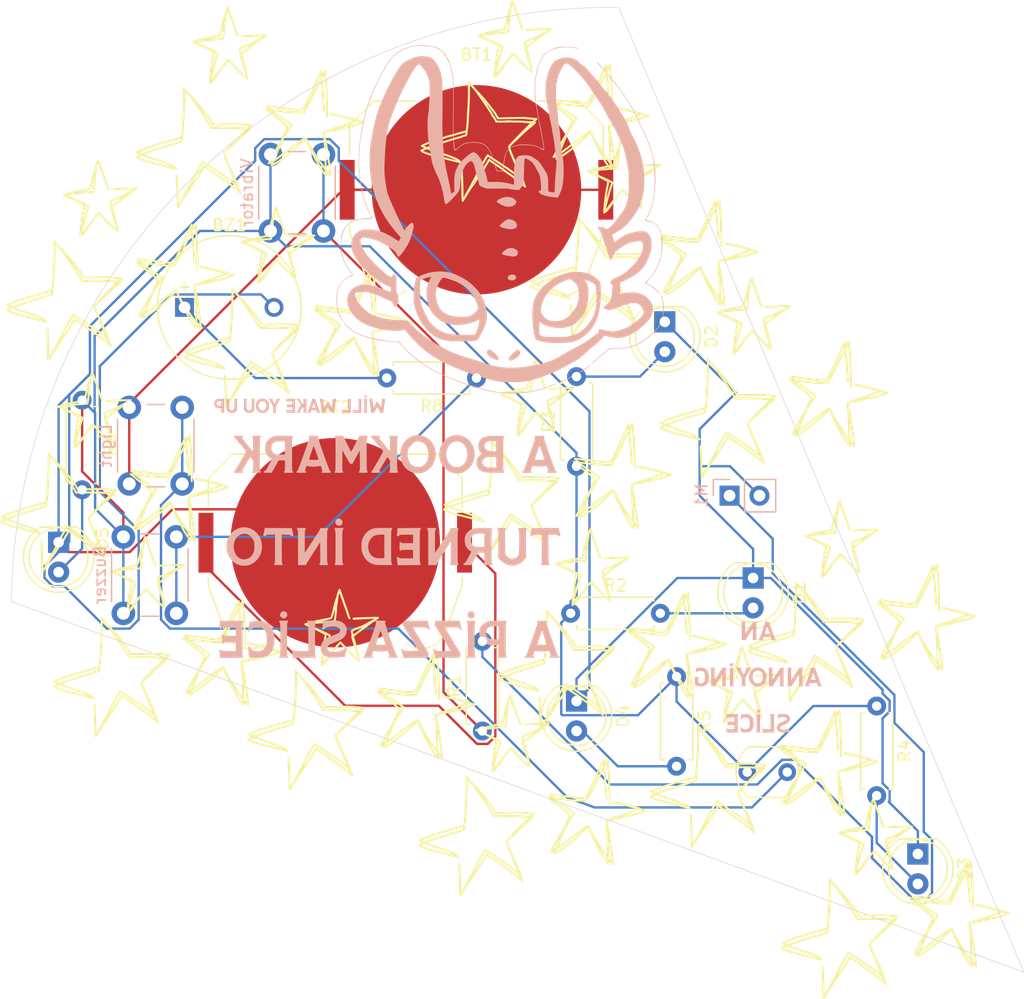
<source format=kicad_pcb>
(kicad_pcb (version 20241229) (generator "pcbnew") (generator_version "9.0")
  (layers (0 "F.Cu" signal) (2 "B.Cu" signal) (13 "F.Paste" user) (15 "B.Paste" user) (5 "F.SilkS" user "F.Silkscreen") (7 "B.SilkS" user "B.Silkscreen") (1 "F.Mask" user) (3 "B.Mask" user) (25 "Edge.Cuts" user))
  (net 0 "")
  (net 1 "Net-(BT1-+)")
  (net 2 "Net-(BT1--)")
  (net 3 "Net-(BZ1-+)")
  (net 4 "Net-(D1-A)")
  (net 5 "Net-(D2-A)")
  (net 6 "Net-(D3-A)")
  (net 7 "Net-(D4-A)")
  (net 8 "Net-(D5-A)")
  (net 9 "Net-(M1-+)")
  (net 10 "Net-(R1-Pad1)")
  (net 11 "Net-(R2-Pad1)")
  (net 12 "Net-(R7-Pad2)")
  (net 13 "Net-(R8-Pad1)")
  (net 14 "Net-(BT2--)")
  (footprint "LOGO" (layer "F.Cu") (at 70.5 57)
    (property "Reference" "G***" (hide yes))
    (property "Value" "LOGO" (hide yes))
  )
  (footprint "Battery:BatteryHolder_Keystone_3034_1x20mm" (layer "F.Cu") (at 89.5 64)
    (property "Reference" "BT1" (at 0 -11.5 0) (layer "F.SilkS"))
    (property "Value" "Battery_Cell")
    (pad "1" smd rect (at -10.985 0) (size 1.27 5.08) (layers "F.Cu" "F.Mask" "F.Paste") (net 1 "Net-(BT1-+)"))
    (pad "1" smd circle (at 0 0) (size 17.8 17.8) (layers "F.Cu" "F.Mask") (net 1 "Net-(BT1-+)"))
    (pad "1" smd rect (at 10.985 0) (size 1.27 5.08) (layers "F.Cu" "F.Mask" "F.Paste") (net 1 "Net-(BT1-+)"))
  )
  (footprint "LOGO" (layer "F.Cu") (at 96.63 86.96)
    (property "Reference" "G***" (hide yes))
    (property "Value" "LOGO" (hide yes))
  )
  (footprint "LED_THT:LED_D5.0mm" (layer "F.Cu") (at 98 107.46 -90)
    (property "Reference" "D4" (at 1.27 -3.96 90) (layer "F.SilkS"))
    (property "Value" "LED")
    (pad "1" thru_hole rect (at 0 0 270) (size 1.8 1.8) (drill 0.9) (layers "*.Cu" "*.Mask") (net 14 "Net-(BT2--)"))
    (pad "2" thru_hole circle (at 2.54 0 270) (size 1.8 1.8) (drill 0.9) (layers "*.Cu" "*.Mask") (net 7 "Net-(D4-A)"))
  )
  (footprint "Resistor_THT:R_Axial_DIN0207_L6.3mm_D2.5mm_P7.62mm_Horizontal" (layer "F.Cu") (at 97.5 100)
    (property "Reference" "R2" (at 3.81 -2.37 0) (layer "F.SilkS"))
    (property "Value" "R")
    (pad "1" thru_hole circle (at 0 0) (size 1.6 1.6) (drill 0.8) (layers "*.Cu" "*.Mask") (net 11 "Net-(R2-Pad1)"))
    (pad "2" thru_hole circle (at 7.62 0) (size 1.6 1.6) (drill 0.8) (layers "*.Cu" "*.Mask") (net 4 "Net-(D1-A)"))
  )
  (footprint "Resistor_THT:R_Axial_DIN0207_L6.3mm_D2.5mm_P7.62mm_Horizontal" (layer "F.Cu") (at 89.5 80 180)
    (property "Reference" "R8" (at 3.81 -2.37 0) (layer "F.SilkS"))
    (property "Value" "R")
    (pad "1" thru_hole circle (at 0 0 180) (size 1.6 1.6) (drill 0.8) (layers "*.Cu" "*.Mask") (net 13 "Net-(R8-Pad1)"))
    (pad "2" thru_hole circle (at 7.62 0 180) (size 1.6 1.6) (drill 0.8) (layers "*.Cu" "*.Mask") (net 3 "Net-(BZ1-+)"))
  )
  (footprint "Resistor_THT:R_Axial_DIN0207_L6.3mm_D2.5mm_P7.62mm_Horizontal" (layer "F.Cu") (at 106.5 105.38 -90)
    (property "Reference" "R5" (at 3.81 -2.37 90) (layer "F.SilkS"))
    (property "Value" "R")
    (pad "1" thru_hole circle (at 0 0 270) (size 1.6 1.6) (drill 0.8) (layers "*.Cu" "*.Mask") (net 11 "Net-(R2-Pad1)"))
    (pad "2" thru_hole circle (at 7.62 0 270) (size 1.6 1.6) (drill 0.8) (layers "*.Cu" "*.Mask") (net 7 "Net-(D4-A)"))
  )
  (footprint "Resistor_THT:R_Axial_DIN0207_L6.3mm_D2.5mm_P7.62mm_Horizontal" (layer "F.Cu") (at 123.5 107.88 -90)
    (property "Reference" "R4" (at 3.81 -2.37 90) (layer "F.SilkS"))
    (property "Value" "R")
    (pad "1" thru_hole circle (at 0 0 270) (size 1.6 1.6) (drill 0.8) (layers "*.Cu" "*.Mask") (net 11 "Net-(R2-Pad1)"))
    (pad "2" thru_hole circle (at 7.62 0 270) (size 1.6 1.6) (drill 0.8) (layers "*.Cu" "*.Mask") (net 6 "Net-(D3-A)"))
  )
  (footprint "Buzzer_Beeper:MagneticBuzzer_ProSignal_ABI-009-RC" (layer "F.Cu") (at 64.7 74)
    (property "Reference" "BZ1" (at 3.8 -7 0) (layer "F.SilkS"))
    (property "Value" "Buzzer")
    (fp_text user "+" (at 0 -1.8 0) (layer "F.SilkS"))
    (pad "1" thru_hole rect (at 0 0) (size 1.6 1.6) (drill 1) (layers "*.Cu" "*.Mask") (net 3 "Net-(BZ1-+)"))
    (pad "2" thru_hole circle (at 7.6 0) (size 1.6 1.6) (drill 1) (layers "*.Cu" "*.Mask") (net 14 "Net-(BT2--)"))
  )
  (footprint "LOGO" (layer "F.Cu") (at 63.5 102)
    (property "Reference" "G***" (hide yes))
    (property "Value" "LOGO" (hide yes))
  )
  (footprint "LOGO" (layer "F.Cu") (at 114.175 111.35)
    (property "Reference" "G***" (hide yes))
    (property "Value" "LOGO" (hide yes))
  )
  (footprint "Resistor_THT:R_Axial_DIN0207_L6.3mm_D2.5mm_P7.62mm_Horizontal" (layer "F.Cu") (at 56 81.88 -90)
    (property "Reference" "R6" (at 3.81 -2.37 90) (layer "F.SilkS"))
    (property "Value" "R")
    (pad "1" thru_hole circle (at 0 0 270) (size 1.6 1.6) (drill 0.8) (layers "*.Cu" "*.Mask") (net 11 "Net-(R2-Pad1)"))
    (pad "2" thru_hole circle (at 7.62 0 270) (size 1.6 1.6) (drill 0.8) (layers "*.Cu" "*.Mask") (net 8 "Net-(D5-A)"))
  )
  (footprint "Resistor_THT:R_Axial_DIN0207_L6.3mm_D2.5mm_P7.62mm_Horizontal" (layer "F.Cu") (at 90 110 90)
    (property "Reference" "R1" (at 3.81 -2.37 90) (layer "F.SilkS"))
    (property "Value" "R")
    (pad "1" thru_hole circle (at 0 0 90) (size 1.6 1.6) (drill 0.8) (layers "*.Cu" "*.Mask") (net 10 "Net-(R1-Pad1)"))
    (pad "2" thru_hole circle (at 7.62 0 90) (size 1.6 1.6) (drill 0.8) (layers "*.Cu" "*.Mask") (net 9 "Net-(M1-+)"))
  )
  (footprint "LOGO" (layer "F.Cu") (at 94.7 56.46)
    (property "Reference" "G***" (hide yes))
    (property "Value" "LOGO" (hide yes))
  )
  (footprint "LED_THT:LED_D5.0mm" (layer "F.Cu") (at 54 93.96 -90)
    (property "Reference" "D5" (at -0.323407 -3.740892 90) (layer "F.SilkS"))
    (property "Value" "LED")
    (pad "1" thru_hole rect (at 0 0 270) (size 1.8 1.8) (drill 0.9) (layers "*.Cu" "*.Mask") (net 14 "Net-(BT2--)"))
    (pad "2" thru_hole circle (at 2.54 0 270) (size 1.8 1.8) (drill 0.9) (layers "*.Cu" "*.Mask") (net 8 "Net-(D5-A)"))
  )
  (footprint "LOGO" (layer "F.Cu") (at 80 106.5)
    (property "Reference" "G***" (hide yes))
    (property "Value" "LOGO" (hide yes))
  )
  (footprint "LED_THT:LED_D5.0mm" (layer "F.Cu") (at 127 120.46 -90)
    (property "Reference" "D3" (at 1.27 -3.96 90) (layer "F.SilkS"))
    (property "Value" "LED")
    (pad "1" thru_hole rect (at 0 0 270) (size 1.8 1.8) (drill 0.9) (layers "*.Cu" "*.Mask") (net 14 "Net-(BT2--)"))
    (pad "2" thru_hole circle (at 2.54 0 270) (size 1.8 1.8) (drill 0.9) (layers "*.Cu" "*.Mask") (net 6 "Net-(D3-A)"))
  )
  (footprint "LOGO" (layer "F.Cu") (at 104 68)
    (property "Reference" "G***" (hide yes))
    (property "Value" "LOGO" (hide yes))
  )
  (footprint "LOGO" (layer "F.Cu") (at 59.5 70)
    (property "Reference" "G***" (hide yes))
    (property "Value" "LOGO" (hide yes))
  )
  (footprint "LOGO" (layer "F.Cu") (at 125.359848 124.23)
    (property "Reference" "G***" (hide yes))
    (property "Value" "LOGO" (hide yes))
  )
  (footprint "LOGO" (layer "F.Cu") (at 115 80)
    (property "Reference" "G***" (hide yes))
    (property "Value" "LOGO" (hide yes))
  )
  (footprint "LOGO" (layer "F.Cu") (at 122.5 99)
    (property "Reference" "G***" (hide yes))
    (property "Value" "LOGO" (hide yes))
  )
  (footprint "LOGO" (layer "F.Cu") (at 101.31 101.37)
    (property "Reference" "G***" (hide yes))
    (property "Value" "LOGO" (hide yes))
  )
  (footprint "LOGO" (layer "F.Cu") (at 59 88)
    (property "Reference" "G***" (hide yes))
    (property "Value" "LOGO" (hide yes))
  )
  (footprint "OptoDevice:R_LDR_5.1x4.3mm_P3.4mm_Vertical" (layer "F.Cu") (at 112.5 113.5)
    (property "Reference" "R7" (hide yes))
    (property "Value" "LDR03")
    (pad "1" thru_hole circle (at 0 0) (size 1.5 1.5) (drill 0.8) (layers "*.Cu" "*.Mask") (net 11 "Net-(R2-Pad1)"))
    (pad "2" thru_hole circle (at 3.4 0) (size 1.5 1.5) (drill 0.8) (layers "*.Cu" "*.Mask") (net 12 "Net-(R7-Pad2)"))
  )
  (footprint "Battery:BatteryHolder_Keystone_3034_1x20mm" (layer "F.Cu") (at 77.5 94)
    (property "Reference" "BT2" (at 0 -11.5 0) (layer "F.SilkS"))
    (property "Value" "Battery_Cell")
    (pad "1" smd rect (at -10.985 0) (size 1.27 5.08) (layers "F.Cu" "F.Mask" "F.Paste") (net 2 "Net-(BT1--)"))
    (pad "1" smd rect (at 10.985 0) (size 1.27 5.08) (layers "F.Cu" "F.Mask" "F.Paste") (net 2 "Net-(BT1--)"))
    (pad "2" smd circle (at 0 0) (size 17.8 17.8) (layers "F.Cu" "F.Mask") (net 14 "Net-(BT2--)"))
  )
  (footprint "LED_THT:LED_D5.0mm" (layer "F.Cu") (at 113 97 -90)
    (property "Reference" "D1" (at 1.27 -3.96 90) (layer "F.SilkS"))
    (property "Value" "LED")
    (pad "1" thru_hole rect (at 0 0 270) (size 1.8 1.8) (drill 0.9) (layers "*.Cu" "*.Mask") (net 14 "Net-(BT2--)"))
    (pad "2" thru_hole circle (at 2.54 0 270) (size 1.8 1.8) (drill 0.9) (layers "*.Cu" "*.Mask") (net 4 "Net-(D1-A)"))
  )
  (footprint "LOGO" (layer "F.Cu") (at 74.6 74)
    (property "Reference" "G***" (hide yes))
    (property "Value" "LOGO" (hide yes))
  )
  (footprint "MountingHole:MountingHole_2.1mm" (layer "F.Cu") (at 99 52.5)
    (property "Reference" "REF**" (hide yes))
    (property "Value" "MountingHole_2.1mm")
    (pad "" np_thru_hole circle (at 0 0) (size 2.1 2.1) (drill 2.1) (layers "*.Cu" "*.Mask"))
  )
  (footprint "Resistor_THT:R_Axial_DIN0207_L6.3mm_D2.5mm_P7.62mm_Horizontal" (layer "F.Cu") (at 98 87.5 90)
    (property "Reference" "R3" (at 3.81 -2.37 90) (layer "F.SilkS"))
    (property "Value" "R")
    (pad "1" thru_hole circle (at 0 0 90) (size 1.6 1.6) (drill 0.8) (layers "*.Cu" "*.Mask") (net 11 "Net-(R2-Pad1)"))
    (pad "2" thru_hole circle (at 7.62 0 90) (size 1.6 1.6) (drill 0.8) (layers "*.Cu" "*.Mask") (net 5 "Net-(D2-A)"))
  )
  (footprint "LED_THT:LED_D5.0mm" (layer "F.Cu") (at 105.5 75.225 -90)
    (property "Reference" "D2" (at 1.27 -3.96 90) (layer "F.SilkS"))
    (property "Value" "LED")
    (pad "1" thru_hole rect (at 0 0 270) (size 1.8 1.8) (drill 0.9) (layers "*.Cu" "*.Mask") (net 14 "Net-(BT2--)"))
    (pad "2" thru_hole circle (at 2.54 0 270) (size 1.8 1.8) (drill 0.9) (layers "*.Cu" "*.Mask") (net 5 "Net-(D2-A)"))
  )
  (footprint "LOGO" (layer "F.Cu") (at 94.5 115.5)
    (property "Reference" "G***" (hide yes))
    (property "Value" "LOGO" (hide yes))
  )
  (footprint "Button_Switch_THT:SW_PUSH_6mm" (layer "B.Cu") (at 59.5 93.5 -90)
    (property "Reference" "Buzzer" (at 3.25 2 90) (layer "B.SilkS") (effects (justify mirror)))
    (property "Value" "SW_Push")
    (pad "1" thru_hole circle (at 0 0 180) (size 2 2) (drill 1.1) (layers "*.Cu" "*.Mask") (net 11 "Net-(R2-Pad1)"))
    (pad "1" thru_hole circle (at 6.5 0 180) (size 2 2) (drill 1.1) (layers "*.Cu" "*.Mask") (net 11 "Net-(R2-Pad1)"))
    (pad "2" thru_hole circle (at 0 -4.5 180) (size 2 2) (drill 1.1) (layers "*.Cu" "*.Mask") (net 13 "Net-(R8-Pad1)"))
    (pad "2" thru_hole circle (at 6.5 -4.5 180) (size 2 2) (drill 1.1) (layers "*.Cu" "*.Mask") (net 13 "Net-(R8-Pad1)"))
  )
  (footprint "LOGO" (layer "B.Cu") (at 81.75 93 180)
    (property "Reference" "G***" (hide yes))
    (property "Value" "LOGO" (hide yes))
  )
  (footprint "Button_Switch_THT:SW_PUSH_6mm" (layer "B.Cu") (at 72 61 -90)
    (property "Reference" "Vibrator" (at 3.25 2 90) (layer "B.SilkS") (effects (justify mirror)))
    (property "Value" "SW_Push")
    (pad "1" thru_hole circle (at 0 0 180) (size 2 2) (drill 1.1) (layers "*.Cu" "*.Mask") (net 11 "Net-(R2-Pad1)"))
    (pad "1" thru_hole circle (at 6.5 0 180) (size 2 2) (drill 1.1) (layers "*.Cu" "*.Mask") (net 11 "Net-(R2-Pad1)"))
    (pad "2" thru_hole circle (at 0 -4.5 180) (size 2 2) (drill 1.1) (layers "*.Cu" "*.Mask") (net 10 "Net-(R1-Pad1)"))
    (pad "2" thru_hole circle (at 6.5 -4.5 180) (size 2 2) (drill 1.1) (layers "*.Cu" "*.Mask") (net 10 "Net-(R1-Pad1)"))
  )
  (footprint "Connector_PinHeader_2.54mm:PinHeader_1x02_P2.54mm_Vertical" (layer "B.Cu") (at 111 90 -90)
    (property "Reference" "M1" (at 0 2.38 90) (layer "B.SilkS") (effects (justify mirror)))
    (property "Value" "Motor_DC")
    (pad "1" thru_hole rect (at 0 0 270) (size 1.7 1.7) (drill 1) (layers "*.Cu" "*.Mask") (net 9 "Net-(M1-+)"))
    (pad "2" thru_hole circle (at 0 -2.54 270) (size 1.7 1.7) (drill 1) (layers "*.Cu" "*.Mask") (net 14 "Net-(BT2--)"))
  )
  (footprint "LOGO" (layer "B.Cu") (at 74.5 82.75 180)
    (property "Reference" "G***" (hide yes))
    (property "Value" "LOGO" (hide yes))
  )
  (footprint "Button_Switch_THT:SW_PUSH_6mm" (layer "B.Cu") (at 60 82.5 -90)
    (property "Reference" "Light" (at 3.25 2 90) (layer "B.SilkS") (effects (justify mirror)))
    (property "Value" "SW_Push")
    (pad "1" thru_hole circle (at 0 0 180) (size 2 2) (drill 1.1) (layers "*.Cu" "*.Mask") (net 1 "Net-(BT1-+)"))
    (pad "1" thru_hole circle (at 6.5 0 180) (size 2 2) (drill 1.1) (layers "*.Cu" "*.Mask") (net 1 "Net-(BT1-+)"))
    (pad "2" thru_hole circle (at 0 -4.5 180) (size 2 2) (drill 1.1) (layers "*.Cu" "*.Mask") (net 12 "Net-(R7-Pad2)"))
    (pad "2" thru_hole circle (at 6.5 -4.5 180) (size 2 2) (drill 1.1) (layers "*.Cu" "*.Mask") (net 12 "Net-(R7-Pad2)"))
  )
  (footprint "LOGO" (layer "B.Cu") (at 91.5 66.5 180)
    (property "Reference" "G***" (hide yes))
    (property "Value" "LOGO" (hide yes))
  )
  (footprint "LOGO" (layer "B.Cu") (at 113.25 104.75 180)
    (property "Reference" "G***" (hide yes))
    (property "Value" "LOGO" (hide yes))
  )
  (gr_arc (start 50 99) (mid 65.319515 63.056167) (end 101.579536 48.500842) (stroke (width 0.05)) (layer "Edge.Cuts"))
  (gr_line (start 136 130.5) (end 50 99) (stroke (width 0.05)) (layer "Edge.Cuts"))
  (gr_line (start 101.579536 48.500843) (end 136 130.5) (stroke (width 0.05)) (layer "Edge.Cuts"))
  (segment (start 60 82.5) (end 60 82.160108) (width 0.2) (layer "F.Cu") (net 1))
  (segment (start 100.485 64) (end 89.5 64) (width 0.2) (layer "F.Cu") (net 1))
  (segment (start 60 89) (end 60 82.5) (width 0.2) (layer "F.Cu") (net 1))
  (segment (start 60 82.160108) (end 78.160108 64) (width 0.2) (layer "F.Cu") (net 1))
  (segment (start 78.160108 64) (end 89.5 64) (width 0.2) (layer "F.Cu") (net 1))
  (segment (start 89.5 64) (end 78.515 64) (width 0.2) (layer "F.Cu") (net 1))
  (segment (start 89.54395 111.101) (end 86.3 107.85705) (width 0.2) (layer "F.Cu") (net 2))
  (segment (start 86.3 107.85705) (end 78.344871 107.85705) (width 0.2) (layer "F.Cu") (net 2))
  (segment (start 91.101 96.616) (end 91.101 110.45605) (width 0.2) (layer "F.Cu") (net 2))
  (segment (start 66.515 96.027179) (end 66.515 94) (width 0.2) (layer "F.Cu") (net 2))
  (segment (start 91.101 110.45605) (end 90.45605 111.101) (width 0.2) (layer "F.Cu") (net 2))
  (segment (start 88.485 94) (end 91.101 96.616) (width 0.2) (layer "F.Cu") (net 2))
  (segment (start 78.344871 107.85705) (end 66.515 96.027179) (width 0.2) (layer "F.Cu") (net 2))
  (segment (start 90.45605 111.101) (end 89.54395 111.101) (width 0.2) (layer "F.Cu") (net 2))
  (segment (start 70.7 80) (end 64.7 74) (width 0.2) (layer "B.Cu") (net 3))
  (segment (start 81.88 80) (end 70.7 80) (width 0.2) (layer "B.Cu") (net 3))
  (segment (start 112.54 100) (end 113 99.54) (width 0.2) (layer "B.Cu") (net 4))
  (segment (start 105.12 100) (end 112.54 100) (width 0.2) (layer "B.Cu") (net 4))
  (segment (start 98 79.88) (end 103.385 79.88) (width 0.2) (layer "B.Cu") (net 5))
  (segment (start 103.385 79.88) (end 105.5 77.765) (width 0.2) (layer "B.Cu") (net 5))
  (segment (start 127 123) (end 123.5 119.5) (width 0.2) (layer "B.Cu") (net 6))
  (segment (start 123.5 119.5) (end 123.5 115.5) (width 0.2) (layer "B.Cu") (net 6))
  (segment (start 98 110) (end 98.5 110) (width 0.2) (layer "B.Cu") (net 7))
  (segment (start 98.5 110) (end 101.5 113) (width 0.2) (layer "B.Cu") (net 7))
  (segment (start 101.5 113) (end 106.5 113) (width 0.2) (layer "B.Cu") (net 7))
  (segment (start 56 94.5) (end 56 89.5) (width 0.2) (layer "B.Cu") (net 8))
  (segment (start 54 96.5) (end 56 94.5) (width 0.2) (layer "B.Cu") (net 8))
  (segment (start 128.201 123.799) (end 128.201 119.259) (width 0.2) (layer "B.Cu") (net 9))
  (segment (start 114.6661 96.599) (end 114.6661 93.6661) (width 0.2) (layer "B.Cu") (net 9))
  (segment (start 100.852529 114.551) (end 113.362661 114.551) (width 0.2) (layer "B.Cu") (net 9))
  (segment (start 114.6661 93.6661) (end 111 90) (width 0.2) (layer "B.Cu") (net 9))
  (segment (start 113.362661 114.551) (end 115.464661 112.449) (width 0.2) (layer "B.Cu") (net 9))
  (segment (start 126.502529 124.201) (end 127.799 124.201) (width 0.2) (layer "B.Cu") (net 9))
  (segment (start 90 103.698471) (end 100.852529 114.551) (width 0.2) (layer "B.Cu") (net 9))
  (segment (start 128.201 119.259) (end 127.5 118.558) (width 0.2) (layer "B.Cu") (net 9))
  (segment (start 90 102.38) (end 90 103.698471) (width 0.2) (layer "B.Cu") (net 9))
  (segment (start 125.005819 109.309221) (end 125.005819 106.938719) (width 0.2) (layer "B.Cu") (net 9))
  (segment (start 127.5 118.558) (end 127.5 111.803402) (width 0.2) (layer "B.Cu") (net 9))
  (segment (start 123.099 119) (end 123.099 120.797471) (width 0.2) (layer "B.Cu") (net 9))
  (segment (start 116.548 112.449) (end 123.099 119) (width 0.2) (layer "B.Cu") (net 9))
  (segment (start 127.5 111.803402) (end 125.005819 109.309221) (width 0.2) (layer "B.Cu") (net 9))
  (segment (start 123.099 120.797471) (end 126.502529 124.201) (width 0.2) (layer "B.Cu") (net 9))
  (segment (start 127.799 124.201) (end 128.201 123.799) (width 0.2) (layer "B.Cu") (net 9))
  (segment (start 115.464661 112.449) (end 116.548 112.449) (width 0.2) (layer "B.Cu") (net 9))
  (segment (start 125.005819 106.938719) (end 114.6661 96.599) (width 0.2) (layer "B.Cu") (net 9))
  (segment (start 86.701 106.701) (end 86.701 77.701) (width 0.2) (layer "F.Cu") (net 10))
  (segment (start 86.701 77.701) (end 76.5 67.5) (width 0.2) (layer "F.Cu") (net 10))
  (segment (start 90 110) (end 86.701 106.701) (width 0.2) (layer "F.Cu") (net 10))
  (segment (start 76.5 61) (end 76.5 67.5) (width 0.2) (layer "B.Cu") (net 10))
  (segment (start 59.5 91.44295) (end 56 87.94295) (width 0.2) (layer "F.Cu") (net 11))
  (segment (start 59.5 93.5) (end 59.5 91.44295) (width 0.2) (layer "F.Cu") (net 11))
  (segment (start 56 87.94295) (end 56 81.88) (width 0.2) (layer "F.Cu") (net 11))
  (segment (start 96.700001 100.799999) (end 97.5 100) (width 0.2) (layer "B.Cu") (net 11))
  (segment (start 123.5 107.88) (end 118.12 107.88) (width 0.2) (layer "B.Cu") (net 11))
  (segment (start 98 86.36863) (end 80.43237 68.801) (width 0.2) (layer "B.Cu") (net 11))
  (segment (start 106.5 105.38) (end 103.219 108.661) (width 0.2) (layer "B.Cu") (net 11))
  (segment (start 56 81.88) (end 57.06 82.94) (width 0.2) (layer "B.Cu") (net 11))
  (segment (start 72 67.5) (end 72 61) (width 0.2) (layer "B.Cu") (net 11))
  (segment (start 98 87.5) (end 98 86.36863) (width 0.2) (layer "B.Cu") (net 11))
  (segment (start 103.219 108.661) (end 96.799 108.661) (width 0.2) (layer "B.Cu") (net 11))
  (segment (start 59.5 93.5) (end 59.5 100) (width 0.2) (layer "B.Cu") (net 11))
  (segment (start 57.101 91.101) (end 59.5 93.5) (width 0.2) (layer "B.Cu") (net 11))
  (segment (start 80.43237 68.801) (end 73.301 68.801) (width 0.2) (layer "B.Cu") (net 11))
  (segment (start 97.5 99) (end 98 98.5) (width 0.2) (layer "B.Cu") (net 11))
  (segment (start 57.06 82.94) (end 57.101 82.981) (width 0.2) (layer "B.Cu") (net 11))
  (segment (start 97.5 100) (end 97.5 99) (width 0.2) (layer "B.Cu") (net 11))
  (segment (start 57.101 82.981) (end 57.101 91.101) (width 0.2) (layer "B.Cu") (net 11))
  (segment (start 57.06 76.44) (end 66 67.5) (width 0.2) (layer "B.Cu") (net 11))
  (segment (start 96.799 108.661) (end 96.700001 108.562001) (width 0.2) (layer "B.Cu") (net 11))
  (segment (start 96.700001 108.562001) (end 96.700001 100.799999) (width 0.2) (layer "B.Cu") (net 11))
  (segment (start 106.5 107.5) (end 106.5 105.38) (width 0.2) (layer "B.Cu") (net 11))
  (segment (start 118.12 107.88) (end 112.5 113.5) (width 0.2) (layer "B.Cu") (net 11))
  (segment (start 57.06 82.94) (end 57.06 76.44) (width 0.2) (layer "B.Cu") (net 11))
  (segment (start 73.301 68.801) (end 72 67.5) (width 0.2) (layer "B.Cu") (net 11))
  (segment (start 112.5 113.5) (end 106.5 107.5) (width 0.2) (layer "B.Cu") (net 11))
  (segment (start 98 98.5) (end 98 87.5) (width 0.2) (layer "B.Cu") (net 11))
  (segment (start 66 67.5) (end 72 67.5) (width 0.2) (layer "B.Cu") (net 11))
  (segment (start 82.85805 101.301) (end 63.461108 101.301) (width 0.2) (layer "B.Cu") (net 12))
  (segment (start 112.9 116.5) (end 99.525206 116.5) (width 0.2) (layer "B.Cu") (net 12))
  (segment (start 99.525206 116.5) (end 97.208483 115.651433) (width 0.2) (layer "B.Cu") (net 12))
  (segment (start 97.208483 115.651433) (end 82.85805 101.301) (width 0.2) (layer "B.Cu") (net 12))
  (segment (start 64.5 89) (end 64.5 82.5) (width 0.2) (layer "B.Cu") (net 12))
  (segment (start 115.9 113.5) (end 112.9 116.5) (width 0.2) (layer "B.Cu") (net 12))
  (segment (start 62.699 90.801) (end 64.5 89) (width 0.2) (layer "B.Cu") (net 12))
  (segment (start 62.699 100.538892) (end 62.699 90.801) (width 0.2) (layer "B.Cu") (net 12))
  (segment (start 63.461108 101.301) (end 62.699 100.538892) (width 0.2) (layer "B.Cu") (net 12))
  (segment (start 76 93.5) (end 64 93.5) (width 0.2) (layer "B.Cu") (net 13))
  (segment (start 89.5 80) (end 76 93.5) (width 0.2) (layer "B.Cu") (net 13))
  (segment (start 64 93.5) (end 64 100) (width 0.2) (layer "B.Cu") (net 13))
  (segment (start 60.038892 94.801) (end 54.841 94.801) (width 0.2) (layer "F.Cu") (net 14))
  (segment (start 54.841 94.801) (end 54 93.96) (width 0.2) (layer "F.Cu") (net 14))
  (segment (start 74.659 91.159) (end 63.680892 91.159) (width 0.2) (layer "F.Cu") (net 14))
  (segment (start 63.680892 91.159) (end 60.038892 94.801) (width 0.2) (layer "F.Cu") (net 14))
  (segment (start 77.5 94) (end 74.659 91.159) (width 0.2) (layer "F.Cu") (net 14))
  (segment (start 99.101 106.359) (end 98 107.46) (width 0.2) (layer "B.Cu") (net 14))
  (segment (start 71.199 72.899) (end 63.599 72.899) (width 0.2) (layer "B.Cu") (net 14))
  (segment (start 77.801 60.461108) (end 77.801 61.538892) (width 0.2) (layer "B.Cu") (net 14))
  (segment (start 124 114.44295) (end 124 108.93705) (width 0.2) (layer "B.Cu") (net 14))
  (segment (start 108.46 87.5) (end 108.46 84.345) (width 0.2) (layer "B.Cu") (net 14))
  (segment (start 99.101 82.838892) (end 99.101 106.359) (width 0.2) (layer "B.Cu") (net 14))
  (segment (start 52.799 96.997471) (end 52.799 96.002529) (width 0.2) (layer "B.Cu") (net 14))
  (segment (start 58.097471 101.301) (end 54.497471 97.701) (width 0.2) (layer "B.Cu") (net 14))
  (segment (start 56.659 79.66395) (end 56.659 75.578892) (width 0.2) (layer "B.Cu") (net 14))
  (segment (start 54.497471 97.701) (end 53.502529 97.701) (width 0.2) (layer "B.Cu") (net 14))
  (segment (start 127 118.5) (end 124.528525 116.028525) (width 0.2) (layer "B.Cu") (net 14))
  (segment (start 60.801 92.961108) (end 60.801 100.538892) (width 0.2) (layer "B.Cu") (net 14))
  (segment (start 52.799 96.002529) (end 54.899 93.902529) (width 0.2) (layer "B.Cu") (net 14))
  (segment (start 124.601 115.04395) (end 124 114.44295) (width 0.2) (layer "B.Cu") (net 14))
  (segment (start 56.659 75.578892) (end 70.699 61.538892) (width 0.2) (layer "B.Cu") (net 14))
  (segment (start 124.601 107.42395) (end 124 106.82295) (width 0.2) (layer "B.Cu") (net 14))
  (segment (start 72.3 74) (end 71.199 72.899) (width 0.2) (layer "B.Cu") (net 14))
  (segment (start 54.899 93.902529) (end 54.899 81.42395) (width 0.2) (layer "B.Cu") (net 14))
  (segment (start 124.601 108.33605) (end 124.601 107.42395) (width 0.2) (layer "B.Cu") (net 14))
  (segment (start 54 93.96) (end 54 82.32295) (width 0.2) (layer "B.Cu") (net 14))
  (segment (start 60.801 100.538892) (end 60.038892 101.301) (width 0.2) (layer "B.Cu") (net 14))
  (segment (start 111.04 87.5) (end 113.54 90) (width 0.2) (layer "B.Cu") (net 14))
  (segment (start 124 108.93705) (end 124.601 108.33605) (width 0.2) (layer "B.Cu") (net 14))
  (segment (start 124.528525 116.028525) (end 124.601 115.95605) (width 0.2) (layer "B.Cu") (net 14))
  (segment (start 70.699 60.461108) (end 71.461108 59.699) (width 0.2) (layer "B.Cu") (net 14))
  (segment (start 70.699 61.538892) (end 70.699 60.461108) (width 0.2) (layer "B.Cu") (net 14))
  (segment (start 124 106.5) (end 114.5 97) (width 0.2) (layer "B.Cu") (net 14))
  (segment (start 113 97) (end 113 94.54) (width 0.2) (layer "B.Cu") (net 14))
  (segment (start 124.601 115.95605) (end 124.601 115.04395) (width 0.2) (layer "B.Cu") (net 14))
  (segment (start 77.801 61.538892) (end 99.101 82.838892) (width 0.2) (layer "B.Cu") (net 14))
  (segment (start 71.461108 59.699) (end 77.038892 59.699) (width 0.2) (layer "B.Cu") (net 14))
  (segment (start 108.46 87.5) (end 111.04 87.5) (width 0.2) (layer "B.Cu") (net 14))
  (segment (start 108.46 90) (end 108.46 87.5) (width 0.2) (layer "B.Cu") (net 14))
  (segment (start 111.54 81.265) (end 105.5 75.225) (width 0.2) (layer "B.Cu") (net 14))
  (segment (start 54.899 81.42395) (end 56.659 79.66395) (width 0.2) (layer "B.Cu") (net 14))
  (segment (start 57.502 78.996) (end 57.502 89.662108) (width 0.2) (layer "B.Cu") (net 14))
  (segment (start 54 82.32295) (end 56.659 79.66395) (width 0.2) (layer "B.Cu") (net 14))
  (segment (start 124 106.82295) (end 124 106.5) (width 0.2) (layer "B.Cu") (net 14))
  (segment (start 108.46 84.345) (end 111.54 81.265) (width 0.2) (layer "B.Cu") (net 14))
  (segment (start 114.5 97) (end 113 97) (width 0.2) (layer "B.Cu") (net 14))
  (segment (start 60.038892 101.301) (end 58.097471 101.301) (width 0.2) (layer "B.Cu") (net 14))
  (segment (start 113 94.54) (end 108.46 90) (width 0.2) (layer "B.Cu") (net 14))
  (segment (start 77.038892 59.699) (end 77.801 60.461108) (width 0.2) (layer "B.Cu") (net 14))
  (segment (start 127 120.46) (end 127 118.5) (width 0.2) (layer "B.Cu") (net 14))
  (segment (start 57.502 89.662108) (end 60.801 92.961108) (width 0.2) (layer "B.Cu") (net 14))
  (segment (start 53.502529 97.701) (end 52.799 96.997471) (width 0.2) (layer "B.Cu") (net 14))
  (segment (start 98 105.56295) (end 106.56295 97) (width 0.2) (layer "B.Cu") (net 14))
  (segment (start 98 107.46) (end 98 105.56295) (width 0.2) (layer "B.Cu") (net 14))
  (segment (start 106.56295 97) (end 113 97) (width 0.2) (layer "B.Cu") (net 14))
  (segment (start 63.599 72.899) (end 57.502 78.996) (width 0.2) (layer "B.Cu") (net 14))
)
</source>
